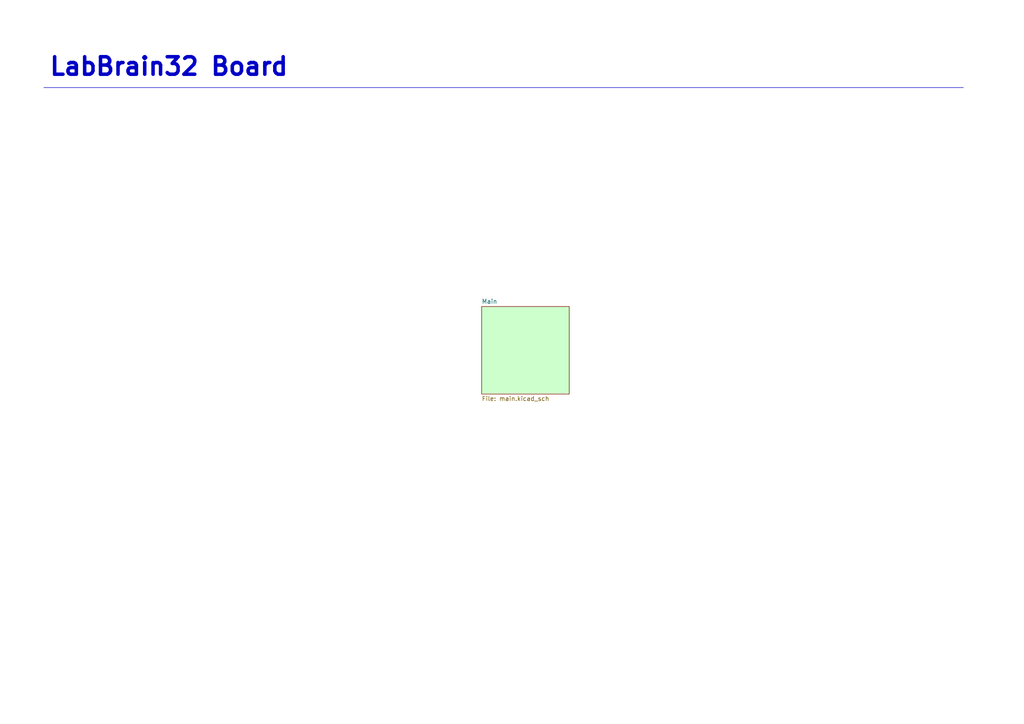
<source format=kicad_sch>
(kicad_sch
	(version 20250114)
	(generator "eeschema")
	(generator_version "9.0")
	(uuid "da730d06-1a08-4bc4-8410-083a51b7c81c")
	(paper "A4")
	(title_block
		(title "Project Overview")
		(date "2025-07-22")
		(rev "1")
		(company "Ing. Andrés Chaparro")
	)
	(lib_symbols)
	(text "LabBrain32 Board"
		(exclude_from_sim no)
		(at 13.97 16.51 0)
		(effects
			(font
				(size 5.08 5.08)
				(thickness 1.016)
				(bold yes)
			)
			(justify left top)
		)
		(uuid "dfa1ca6b-5045-46f9-8ba6-c018f88aded7")
	)
	(polyline
		(pts
			(xy 12.7 25.4) (xy 279.4 25.4)
		)
		(stroke
			(width 0)
			(type default)
		)
		(uuid "22b28cdf-ee6b-468d-b5ba-2853b30ccc38")
	)
	(sheet
		(at 139.7 88.9)
		(size 25.4 25.4)
		(exclude_from_sim no)
		(in_bom yes)
		(on_board yes)
		(dnp no)
		(fields_autoplaced yes)
		(stroke
			(width 0.1524)
			(type solid)
		)
		(fill
			(color 0 255 0 0.2000)
		)
		(uuid "4b81d9d2-8b30-4eb6-ba07-dfa63ffc4e60")
		(property "Sheetname" "Main"
			(at 139.7 88.1884 0)
			(effects
				(font
					(size 1.27 1.27)
				)
				(justify left bottom)
			)
		)
		(property "Sheetfile" "main.kicad_sch"
			(at 139.7 114.8846 0)
			(effects
				(font
					(size 1.27 1.27)
				)
				(justify left top)
			)
		)
		(instances
			(project "lab_brain_32_board"
				(path "/da730d06-1a08-4bc4-8410-083a51b7c81c"
					(page "2")
				)
			)
		)
	)
	(sheet_instances
		(path "/"
			(page "1")
		)
	)
	(embedded_fonts no)
)

</source>
